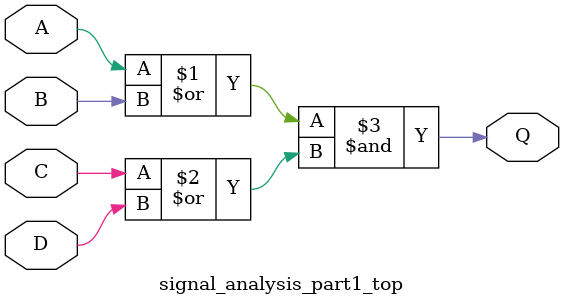
<source format=v>
module signal_analysis_part1_top(
    input A, B, C, D,
    output Q
);
assign Q = (A | B) & (C | D);
endmodule
</source>
